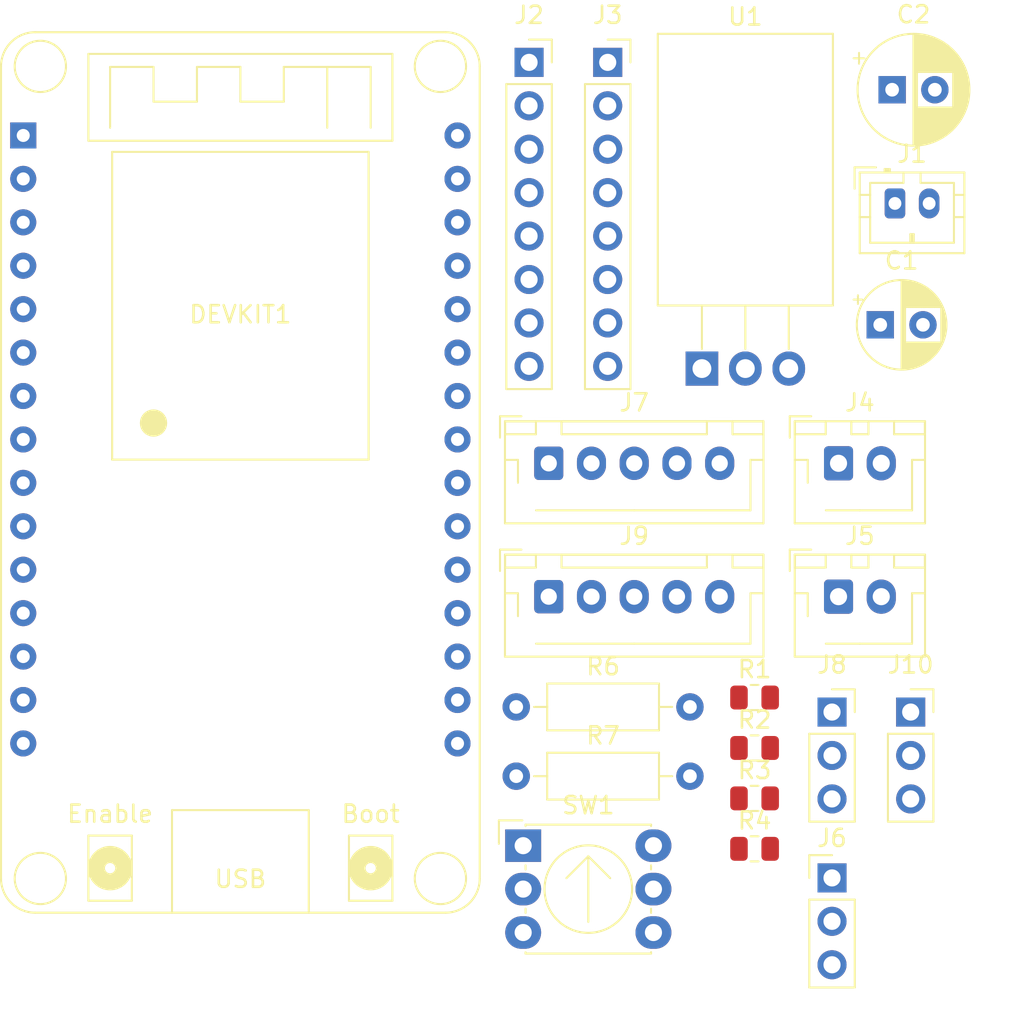
<source format=kicad_pcb>
(kicad_pcb (version 20240108) (generator "pcbnew") (generator_version "8.0")
  (layers (0 "F.Cu" signal) (31 "B.Cu" signal) (34 "B.Paste" user) (35 "F.Paste" user) (36 "B.SilkS" user "B.Silkscreen") (37 "F.SilkS" user "F.Silkscreen") (38 "B.Mask" user) (39 "F.Mask" user) (44 "Edge.Cuts" user))
  (net 0 "")
  (net 1 "GND")
  (net 2 "2S")
  (net 3 "5V")
  (net 4 "XSHUT_E")
  (net 7 "3V3")
  (net 10 "AIN2")
  (net 14 "SDA")
  (net 17 "BIN1")
  (net 18 "SCL")
  (net 19 "ADC_CENTRO_E")
  (net 20 "ADC_CENTRO_D")
  (net 23 "XSHUT_D")
  (net 24 "IR")
  (net 26 "BIN2")
  (net 29 "AIN1")
  (net 31 "Net-(J1-Pin_1)")
  (net 33 "BO2")
  (net 34 "AO1")
  (net 36 "BO1")
  (net 37 "AO2")
  (net 41 "VO_CENTRO_D")
  (net 42 "VO_CENTRO_E")
  (footprint "Resistor_SMD:R_0805_2012Metric" (layer "F.Cu") (at 162.47 106.32)
    (property "Reference" "R2" (at 0 -1.65 0) (layer "F.SilkS"))
    (property "Value" "15k")
    (pad "1" smd roundrect (at -0.9125 0) (size 1.025 1.4) (layers "F.Cu" "F.Paste" "F.Mask") (roundrect_rratio 0.243902) (net 20 "ADC_CENTRO_D"))
    (pad "2" smd roundrect (at 0.9125 0) (size 1.025 1.4) (layers "F.Cu" "F.Paste" "F.Mask") (roundrect_rratio 0.243902) (net 1 "GND"))
  )
  (footprint "Resistor_THT:R_Axial_DIN0207_L6.3mm_D2.5mm_P10.16mm_Horizontal" (layer "F.Cu") (at 148.53 103.92)
    (property "Reference" "R6" (at 5.08 -2.37 0) (layer "F.SilkS"))
    (property "Value" "4k7")
    (pad "1" thru_hole circle (at 0 0) (size 1.6 1.6) (drill 0.8) (layers "*.Cu" "*.Mask") (net 18 "SCL"))
    (pad "2" thru_hole oval (at 10.16 0) (size 1.6 1.6) (drill 0.8) (layers "*.Cu" "*.Mask") (net 7 "3V3"))
  )
  (footprint "Connector_JST:JST_XH_B2B-XH-AM_1x02_P2.50mm_Vertical" (layer "F.Cu") (at 167.38 89.67)
    (property "Reference" "J4" (at 1.25 -3.55 0) (layer "F.SilkS"))
    (property "Value" "Motor B")
    (pad "" np_thru_hole circle (at -1.6 2) (size 1.2 1.2) (drill 1.2) (layers "*.Cu" "*.Mask"))
    (pad "1" thru_hole roundrect (at 0 0) (size 1.7 2) (drill 1) (layers "*.Cu" "*.Mask") (roundrect_rratio 0.147059) (net 36 "BO1"))
    (pad "2" thru_hole oval (at 2.5 0) (size 1.7 2) (drill 1) (layers "*.Cu" "*.Mask") (net 33 "BO2"))
  )
  (footprint "Connector_JST:JST_XH_B2B-XH-AM_1x02_P2.50mm_Vertical" (layer "F.Cu") (at 167.38 97.47)
    (property "Reference" "J5" (at 1.25 -3.55 0) (layer "F.SilkS"))
    (property "Value" "Motor A")
    (pad "" np_thru_hole circle (at -1.6 2) (size 1.2 1.2) (drill 1.2) (layers "*.Cu" "*.Mask"))
    (pad "1" thru_hole roundrect (at 0 0) (size 1.7 2) (drill 1) (layers "*.Cu" "*.Mask") (roundrect_rratio 0.147059) (net 34 "AO1"))
    (pad "2" thru_hole oval (at 2.5 0) (size 1.7 2) (drill 1) (layers "*.Cu" "*.Mask") (net 37 "AO2"))
  )
  (footprint "Connector_PinHeader_2.54mm:PinHeader_1x03_P2.54mm_Vertical" (layer "F.Cu") (at 167 113.92)
    (property "Reference" "J6" (at 0 -2.33 0) (layer "F.SilkS"))
    (property "Value" "sensor IR")
    (pad "1" thru_hole rect (at 0 0) (size 1.7 1.7) (drill 1) (layers "*.Cu" "*.Mask") (net 24 "IR"))
    (pad "2" thru_hole oval (at 0 2.54) (size 1.7 1.7) (drill 1) (layers "*.Cu" "*.Mask") (net 1 "GND"))
    (pad "3" thru_hole oval (at 0 5.08) (size 1.7 1.7) (drill 1) (layers "*.Cu" "*.Mask") (net 7 "3V3"))
  )
  (footprint "esp32_devkit_v1_doit:esp32_devkit_v1_doit" (layer "F.Cu") (at 132.395 70.495)
    (property "Reference" "DEVKIT1" (at 0 10.47 0) (layer "F.SilkS"))
    (property "Value" "ESP")
    (fp_text user "USB" (at 0 43.49 0) (layer "F.SilkS"))
    (fp_text user "Enable" (at -7.62 39.68 0) (layer "F.SilkS"))
    (fp_text user "Boot" (at 7.62 39.68 0) (layer "F.SilkS"))
    (pad "1" thru_hole rect (at -12.7 0) (size 1.524 1.524) (drill 0.762) (layers "*.Cu" "*.Mask"))
    (pad "2" thru_hole circle (at -12.7 2.54) (size 1.524 1.524) (drill 0.762) (layers "*.Cu" "*.Mask") (net 19 "ADC_CENTRO_E"))
    (pad "3" thru_hole circle (at -12.7 5.08) (size 1.524 1.524) (drill 0.762) (layers "*.Cu" "*.Mask") (net 20 "ADC_CENTRO_D"))
    (pad "4" thru_hole circle (at -12.7 7.62) (size 1.524 1.524) (drill 0.762) (layers "*.Cu" "*.Mask") (net 24 "IR"))
    (pad "5" thru_hole circle (at -12.7 10.16) (size 1.524 1.524) (drill 0.762) (layers "*.Cu" "*.Mask"))
    (pad "6" thru_hole circle (at -12.7 12.7) (size 1.524 1.524) (drill 0.762) (layers "*.Cu" "*.Mask") (net 29 "AIN1"))
    (pad "7" thru_hole circle (at -12.7 15.24) (size 1.524 1.524) (drill 0.762) (layers "*.Cu" "*.Mask") (net 10 "AIN2"))
    (pad "8" thru_hole circle (at -12.7 17.78) (size 1.524 1.524) (drill 0.762) (layers "*.Cu" "*.Mask") (net 17 "BIN1"))
    (pad "9" thru_hole circle (at -12.7 20.32) (size 1.524 1.524) (drill 0.762) (layers "*.Cu" "*.Mask") (net 26 "BIN2"))
    (pad "10" thru_hole circle (at -12.7 22.86) (size 1.524 1.524) (drill 0.762) (layers "*.Cu" "*.Mask"))
    (pad "11" thru_hole circle (at -12.7 25.4) (size 1.524 1.524) (drill 0.762) (layers "*.Cu" "*.Mask"))
    (pad "12" thru_hole circle (at -12.7 27.94) (size 1.524 1.524) (drill 0.762) (layers "*.Cu" "*.Mask"))
    (pad "13" thru_hole circle (at -12.7 30.48) (size 1.524 1.524) (drill 0.762) (layers "*.Cu" "*.Mask"))
    (pad "14" thru_hole circle (at -12.7 33.02) (size 1.524 1.524) (drill 0.762) (layers "*.Cu" "*.Mask") (net 1 "GND"))
    (pad "15" thru_hole circle (at -12.7 35.56) (size 1.524 1.524) (drill 0.762) (layers "*.Cu" "*.Mask") (net 3 "5V"))
    (pad "16" thru_hole circle (at 12.7 35.56) (size 1.524 1.524) (drill 0.762) (layers "*.Cu" "*.Mask"))
    (pad "17" thru_hole circle (at 12.7 33.02) (size 1.524 1.524) (drill 0.762) (layers "*.Cu" "*.Mask") (net 18 "SCL"))
    (pad "18" thru_hole circle (at 12.7 30.48) (size 1.524 1.524) (drill 0.762) (layers "*.Cu" "*.Mask"))
    (pad "19" thru_hole circle (at 12.7 27.94) (size 1.524 1.524) (drill 0.762) (layers "*.Cu" "*.Mask"))
    (pad "20" thru_hole circle (at 12.7 25.4) (size 1.524 1.524) (drill 0.762) (layers "*.Cu" "*.Mask") (net 14 "SDA"))
    (pad "21" thru_hole circle (at 12.7 22.86) (size 1.524 1.524) (drill 0.762) (layers "*.Cu" "*.Mask") (net 4 "XSHUT_E"))
    (pad "22" thru_hole circle (at 12.7 20.32) (size 1.524 1.524) (drill 0.762) (layers "*.Cu" "*.Mask") (net 23 "XSHUT_D"))
    (pad "23" thru_hole circle (at 12.7 17.78) (size 1.524 1.524) (drill 0.762) (layers "*.Cu" "*.Mask"))
    (pad "24" thru_hole circle (at 12.7 15.24) (size 1.524 1.524) (drill 0.762) (layers "*.Cu" "*.Mask"))
    (pad "25" thru_hole circle (at 12.7 12.7) (size 1.524 1.524) (drill 0.762) (layers "*.Cu" "*.Mask"))
    (pad "26" thru_hole circle (at 12.7 10.16) (size 1.524 1.524) (drill 0.762) (layers "*.Cu" "*.Mask"))
    (pad "27" thru_hole circle (at 12.7 7.62) (size 1.524 1.524) (drill 0.762) (layers "*.Cu" "*.Mask"))
    (pad "28" thru_hole circle (at 12.7 5.08) (size 1.524 1.524) (drill 0.762) (layers "*.Cu" "*.Mask"))
    (pad "29" thru_hole circle (at 12.7 2.54) (size 1.524 1.524) (drill 0.762) (layers "*.Cu" "*.Mask") (net 1 "GND"))
    (pad "30" thru_hole circle (at 12.7 0) (size 1.524 1.524) (drill 0.762) (layers "*.Cu" "*.Mask") (net 7 "3V3"))
  )
  (footprint "Connector_PinSocket_2.54mm:PinSocket_1x08_P2.54mm_Vertical" (layer "F.Cu") (at 153.88 66.22)
    (property "Reference" "J3" (at 0 -2.77 0) (layer "F.SilkS"))
    (property "Value" "Conn_01x08")
    (pad "1" thru_hole rect (at 0 0) (size 1.7 1.7) (drill 1) (layers "*.Cu" "*.Mask"))
    (pad "2" thru_hole oval (at 0 2.54) (size 1.7 1.7) (drill 1) (layers "*.Cu" "*.Mask") (net 10 "AIN2"))
    (pad "3" thru_hole oval (at 0 5.08) (size 1.7 1.7) (drill 1) (layers "*.Cu" "*.Mask") (net 29 "AIN1"))
    (pad "4" thru_hole oval (at 0 7.62) (size 1.7 1.7) (drill 1) (layers "*.Cu" "*.Mask") (net 7 "3V3"))
    (pad "5" thru_hole oval (at 0 10.16) (size 1.7 1.7) (drill 1) (layers "*.Cu" "*.Mask") (net 17 "BIN1"))
    (pad "6" thru_hole oval (at 0 12.7) (size 1.7 1.7) (drill 1) (layers "*.Cu" "*.Mask") (net 26 "BIN2"))
    (pad "7" thru_hole oval (at 0 15.24) (size 1.7 1.7) (drill 1) (layers "*.Cu" "*.Mask"))
    (pad "8" thru_hole oval (at 0 17.78) (size 1.7 1.7) (drill 1) (layers "*.Cu" "*.Mask"))
  )
  (footprint "Connector_JST:JST_XH_B5B-XH-AM_1x05_P2.50mm_Vertical" (layer "F.Cu") (at 150.43 89.67)
    (property "Reference" "J7" (at 5 -3.55 0) (layer "F.SilkS"))
    (property "Value" "VL53L0X_ESQUERDO")
    (pad "" np_thru_hole circle (at -1.6 2) (size 1.2 1.2) (drill 1.2) (layers "*.Cu" "*.Mask"))
    (pad "1" thru_hole roundrect (at 0 0) (size 1.7 1.95) (drill 0.95) (layers "*.Cu" "*.Mask") (roundrect_rratio 0.147059) (net 7 "3V3"))
    (pad "2" thru_hole oval (at 2.5 0) (size 1.7 1.95) (drill 0.95) (layers "*.Cu" "*.Mask") (net 1 "GND"))
    (pad "3" thru_hole oval (at 5 0) (size 1.7 1.95) (drill 0.95) (layers "*.Cu" "*.Mask") (net 18 "SCL"))
    (pad "4" thru_hole oval (at 7.5 0) (size 1.7 1.95) (drill 0.95) (layers "*.Cu" "*.Mask") (net 14 "SDA"))
    (pad "5" thru_hole oval (at 10 0) (size 1.7 1.95) (drill 0.95) (layers "*.Cu" "*.Mask") (net 4 "XSHUT_E"))
  )
  (footprint "Connector_JST:JST_XH_B5B-XH-AM_1x05_P2.50mm_Vertical" (layer "F.Cu") (at 150.43 97.47)
    (property "Reference" "J9" (at 5 -3.55 0) (layer "F.SilkS"))
    (property "Value" "VL53L0X_DIREITO")
    (pad "" np_thru_hole circle (at -1.6 2) (size 1.2 1.2) (drill 1.2) (layers "*.Cu" "*.Mask"))
    (pad "1" thru_hole roundrect (at 0 0) (size 1.7 1.95) (drill 0.95) (layers "*.Cu" "*.Mask") (roundrect_rratio 0.147059) (net 7 "3V3"))
    (pad "2" thru_hole oval (at 2.5 0) (size 1.7 1.95) (drill 0.95) (layers "*.Cu" "*.Mask") (net 1 "GND"))
    (pad "3" thru_hole oval (at 5 0) (size 1.7 1.95) (drill 0.95) (layers "*.Cu" "*.Mask") (net 18 "SCL"))
    (pad "4" thru_hole oval (at 7.5 0) (size 1.7 1.95) (drill 0.95) (layers "*.Cu" "*.Mask") (net 14 "SDA"))
    (pad "5" thru_hole oval (at 10 0) (size 1.7 1.95) (drill 0.95) (layers "*.Cu" "*.Mask") (net 23 "XSHUT_D"))
  )
  (footprint "Connector_JST:JST_PH_B2B-PH-K_1x02_P2.00mm_Vertical" (layer "F.Cu") (at 170.68 74.47)
    (property "Reference" "J1" (at 1 -2.9 0) (layer "F.SilkS"))
    (property "Value" "Bateria 2S")
    (pad "1" thru_hole roundrect (at 0 0) (size 1.2 1.75) (drill 0.75) (layers "*.Cu" "*.Mask") (roundrect_rratio 0.208333) (net 31 "Net-(J1-Pin_1)"))
    (pad "2" thru_hole oval (at 2 0) (size 1.2 1.75) (drill 0.75) (layers "*.Cu" "*.Mask") (net 1 "GND"))
  )
  (footprint "Resistor_THT:R_Axial_DIN0207_L6.3mm_D2.5mm_P10.16mm_Horizontal" (layer "F.Cu") (at 148.53 107.97)
    (property "Reference" "R7" (at 5.08 -2.37 0) (layer "F.SilkS"))
    (property "Value" "4k7")
    (pad "1" thru_hole circle (at 0 0) (size 1.6 1.6) (drill 0.8) (layers "*.Cu" "*.Mask") (net 7 "3V3"))
    (pad "2" thru_hole oval (at 10.16 0) (size 1.6 1.6) (drill 0.8) (layers "*.Cu" "*.Mask") (net 14 "SDA"))
  )
  (footprint "Capacitor_THT:CP_Radial_D6.3mm_P2.50mm" (layer "F.Cu") (at 170.515241 67.82)
    (property "Reference" "C2" (at 1.25 -4.4 0) (layer "F.SilkS"))
    (property "Value" "100 uF")
    (pad "1" thru_hole rect (at 0 0) (size 1.6 1.6) (drill 0.8) (layers "*.Cu" "*.Mask") (net 3 "5V"))
    (pad "2" thru_hole circle (at 2.5 0) (size 1.6 1.6) (drill 0.8) (layers "*.Cu" "*.Mask") (net 1 "GND"))
  )
  (footprint "Resistor_SMD:R_0805_2012Metric" (layer "F.Cu") (at 162.47 109.27)
    (property "Reference" "R3" (at 0 -1.65 0) (layer "F.SilkS"))
    (property "Value" "7k5")
    (pad "1" smd roundrect (at -0.9125 0) (size 1.025 1.4) (layers "F.Cu" "F.Paste" "F.Mask") (roundrect_rratio 0.243902) (net 42 "VO_CENTRO_E"))
    (pad "2" smd roundrect (at 0.9125 0) (size 1.025 1.4) (layers "F.Cu" "F.Paste" "F.Mask") (roundrect_rratio 0.243902) (net 19 "ADC_CENTRO_E"))
  )
  (footprint "Resistor_SMD:R_0805_2012Metric" (layer "F.Cu") (at 162.47 103.37)
    (property "Reference" "R1" (at 0 -1.65 0) (layer "F.SilkS"))
    (property "Value" "7k5")
    (pad "1" smd roundrect (at -0.9125 0) (size 1.025 1.4) (layers "F.Cu" "F.Paste" "F.Mask") (roundrect_rratio 0.243902) (net 41 "VO_CENTRO_D"))
    (pad "2" smd roundrect (at 0.9125 0) (size 1.025 1.4) (layers "F.Cu" "F.Paste" "F.Mask") (roundrect_rratio 0.243902) (net 20 "ADC_CENTRO_D"))
  )
  (footprint "Connector_PinSocket_2.54mm:PinSocket_1x08_P2.54mm_Vertical" (layer "F.Cu") (at 149.28 66.22)
    (property "Reference" "J2" (at 0 -2.77 0) (layer "F.SilkS"))
    (property "Value" "Conn_01x08")
    (pad "1" thru_hole rect (at 0 0) (size 1.7 1.7) (drill 1) (layers "*.Cu" "*.Mask") (net 2 "2S"))
    (pad "2" thru_hole oval (at 0 2.54) (size 1.7 1.7) (drill 1) (layers "*.Cu" "*.Mask"))
    (pad "3" thru_hole oval (at 0 5.08) (size 1.7 1.7) (drill 1) (layers "*.Cu" "*.Mask") (net 1 "GND"))
    (pad "4" thru_hole oval (at 0 7.62) (size 1.7 1.7) (drill 1) (layers "*.Cu" "*.Mask") (net 34 "AO1"))
    (pad "5" thru_hole oval (at 0 10.16) (size 1.7 1.7) (drill 1) (layers "*.Cu" "*.Mask") (net 37 "AO2"))
    (pad "6" thru_hole oval (at 0 12.7) (size 1.7 1.7) (drill 1) (layers "*.Cu" "*.Mask") (net 33 "BO2"))
    (pad "7" thru_hole oval (at 0 15.24) (size 1.7 1.7) (drill 1) (layers "*.Cu" "*.Mask") (net 36 "BO1"))
    (pad "8" thru_hole oval (at 0 17.78) (size 1.7 1.7) (drill 1) (layers "*.Cu" "*.Mask"))
  )
  (footprint "Connector_PinSocket_2.54mm:PinSocket_1x03_P2.54mm_Vertical" (layer "F.Cu") (at 167 104.22)
    (property "Reference" "J8" (at 0 -2.77 0) (layer "F.SilkS"))
    (property "Value" "SHARP_CENTRO_D")
    (pad "1" thru_hole rect (at 0 0) (size 1.7 1.7) (drill 1) (layers "*.Cu" "*.Mask") (net 41 "VO_CENTRO_D"))
    (pad "2" thru_hole oval (at 0 2.54) (size 1.7 1.7) (drill 1) (layers "*.Cu" "*.Mask") (net 1 "GND"))
    (pad "3" thru_hole oval (at 0 5.08) (size 1.7 1.7) (drill 1) (layers "*.Cu" "*.Mask") (net 3 "5V"))
  )
  (footprint "Package_TO_SOT_THT:TO-220-3_Horizontal_TabDown" (layer "F.Cu") (at 159.39 84.13)
    (property "Reference" "U1" (at 2.54 -20.58 0) (layer "F.SilkS"))
    (property "Value" "LM1117 5V")
    (pad "" np_thru_hole oval (at 2.54 -16.66) (size 3.5 3.5) (drill 3.5) (layers "*.Cu" "*.Mask"))
    (pad "1" thru_hole rect (at 0 0) (size 1.905 2) (drill 1.1) (layers "*.Cu" "*.Mask") (net 1 "GND"))
    (pad "2" thru_hole oval (at 2.54 0) (size 1.905 2) (drill 1.1) (layers "*.Cu" "*.Mask") (net 3 "5V"))
    (pad "3" thru_hole oval (at 5.08 0) (size 1.905 2) (drill 1.1) (layers "*.Cu" "*.Mask") (net 2 "2S"))
  )
  (footprint "Resistor_SMD:R_0805_2012Metric" (layer "F.Cu") (at 162.47 112.22)
    (property "Reference" "R4" (at 0 -1.65 0) (layer "F.SilkS"))
    (property "Value" "15k")
    (pad "1" smd roundrect (at -0.9125 0) (size 1.025 1.4) (layers "F.Cu" "F.Paste" "F.Mask") (roundrect_rratio 0.243902) (net 19 "ADC_CENTRO_E"))
    (pad "2" smd roundrect (at 0.9125 0) (size 1.025 1.4) (layers "F.Cu" "F.Paste" "F.Mask") (roundrect_rratio 0.243902) (net 1 "GND"))
  )
  (footprint "Connector_PinSocket_2.54mm:PinSocket_1x03_P2.54mm_Vertical" (layer "F.Cu") (at 171.6 104.22)
    (property "Reference" "J10" (at 0 -2.77 0) (layer "F.SilkS"))
    (property "Value" "SHARP_CENTRO_E")
    (pad "1" thru_hole rect (at 0 0) (size 1.7 1.7) (drill 1) (layers "*.Cu" "*.Mask") (net 42 "VO_CENTRO_E"))
    (pad "2" thru_hole oval (at 0 2.54) (size 1.7 1.7) (drill 1) (layers "*.Cu" "*.Mask") (net 1 "GND"))
    (pad "3" thru_hole oval (at 0 5.08) (size 1.7 1.7) (drill 1) (layers "*.Cu" "*.Mask") (net 3 "5V"))
  )
  (footprint "Capacitor_THT:CP_Radial_D5.0mm_P2.50mm" (layer "F.Cu") (at 169.819775 81.57)
    (property "Reference" "C1" (at 1.25 -3.75 0) (layer "F.SilkS"))
    (property "Value" "10 uF")
    (pad "1" thru_hole rect (at 0 0) (size 1.6 1.6) (drill 0.8) (layers "*.Cu" "*.Mask") (net 2 "2S"))
    (pad "2" thru_hole circle (at 2.5 0) (size 1.6 1.6) (drill 0.8) (layers "*.Cu" "*.Mask") (net 1 "GND"))
  )
  (footprint "Button_Switch_THT:Nidec_Copal_SH-7010C" (layer "F.Cu") (at 148.935 112.035)
    (property "Reference" "SW1" (at 3.81 -2.36 0) (layer "F.SilkS"))
    (property "Value" "SW_Push")
    (pad "1" thru_hole rect (at 0 0) (size 2.1 1.9) (drill 1) (layers "*.Cu" "*.Mask") (net 31 "Net-(J1-Pin_1)"))
    (pad "2" thru_hole oval (at 7.62 5.08) (size 2.1 1.9) (drill 1) (layers "*.Cu" "*.Mask") (net 2 "2S"))
    (pad "4" thru_hole oval (at 0 5.08) (size 2.1 1.9) (drill 1) (layers "*.Cu" "*.Mask"))
    (pad "8" thru_hole oval (at 7.62 0) (size 2.1 1.9) (drill 1) (layers "*.Cu" "*.Mask"))
    (pad "C" thru_hole oval (at 0 2.54) (size 2.1 1.9) (drill 1) (layers "*.Cu" "*.Mask"))
    (pad "C" thru_hole oval (at 7.62 2.54) (size 2.1 1.9) (drill 1) (layers "*.Cu" "*.Mask"))
  )
)
</source>
